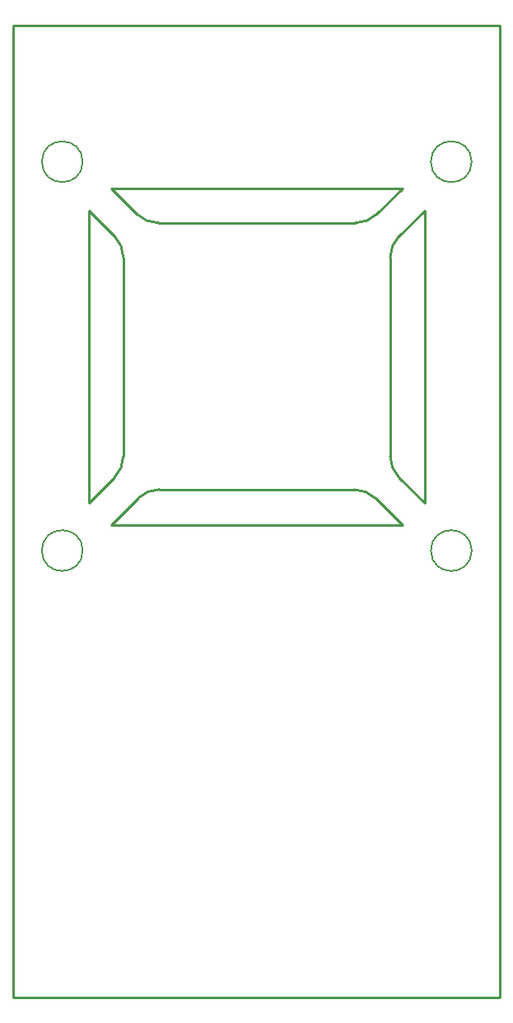
<source format=gko>
G04*
G04 #@! TF.GenerationSoftware,Altium Limited,Altium Designer,21.8.1 (53)*
G04*
G04 Layer_Color=16711935*
%FSLAX25Y25*%
%MOIN*%
G70*
G04*
G04 #@! TF.SameCoordinates,FEA55363-24F4-4A60-B236-1B38E07B82BE*
G04*
G04*
G04 #@! TF.FilePolarity,Positive*
G04*
G01*
G75*
%ADD13C,0.01000*%
%ADD14C,0.00591*%
D13*
X44230Y137770D02*
G03*
X40694Y146306I-12071J0D01*
G01*
Y48690D02*
G03*
X44230Y57226I-8535J8535D01*
G01*
X58752Y43748D02*
G03*
X50216Y40213I0J-12071D01*
G01*
X146288D02*
G03*
X137752Y43748I-8535J-8535D01*
G01*
X138252Y151748D02*
G03*
X146788Y155284I0J12071D01*
G01*
X49716D02*
G03*
X58252Y151748I8535J8535D01*
G01*
X152252Y57248D02*
G03*
X155788Y48713I12071J0D01*
G01*
Y146284D02*
G03*
X152252Y137748I8535J-8535D01*
G01*
X30252Y156748D02*
X40694Y146306D01*
X44230Y57226D02*
Y137770D01*
X30252Y38248D02*
X40694Y48690D01*
X39252Y29248D02*
X50216Y40213D01*
X58752Y43748D02*
X137752D01*
X146288Y40213D02*
X157252Y29248D01*
X39252D02*
X157252D01*
X30252Y38248D02*
Y156748D01*
X146788Y155284D02*
X157252Y165748D01*
X127752Y151748D02*
X138252D01*
X58252D02*
X127752D01*
X39252Y165748D02*
X49716Y155284D01*
X39252Y165748D02*
X157252D01*
X166252Y38248D02*
Y156748D01*
X155788Y48713D02*
X166252Y38248D01*
X152252Y57248D02*
Y137748D01*
X155788Y146284D02*
X166252Y156748D01*
X196602Y-161953D02*
Y231748D01*
X-248Y-161953D02*
X196602D01*
X-248D02*
Y-79252D01*
Y226748D02*
Y231748D01*
X1252D01*
X-248Y-79252D02*
Y226748D01*
X1252Y231748D02*
X196602D01*
D14*
X27768Y19020D02*
G03*
X27768Y19020I-8268J0D01*
G01*
X185248Y176500D02*
G03*
X185248Y176500I-8268J0D01*
G01*
Y19020D02*
G03*
X185248Y19020I-8268J0D01*
G01*
X27768Y176500D02*
G03*
X27768Y176500I-8268J0D01*
G01*
M02*

</source>
